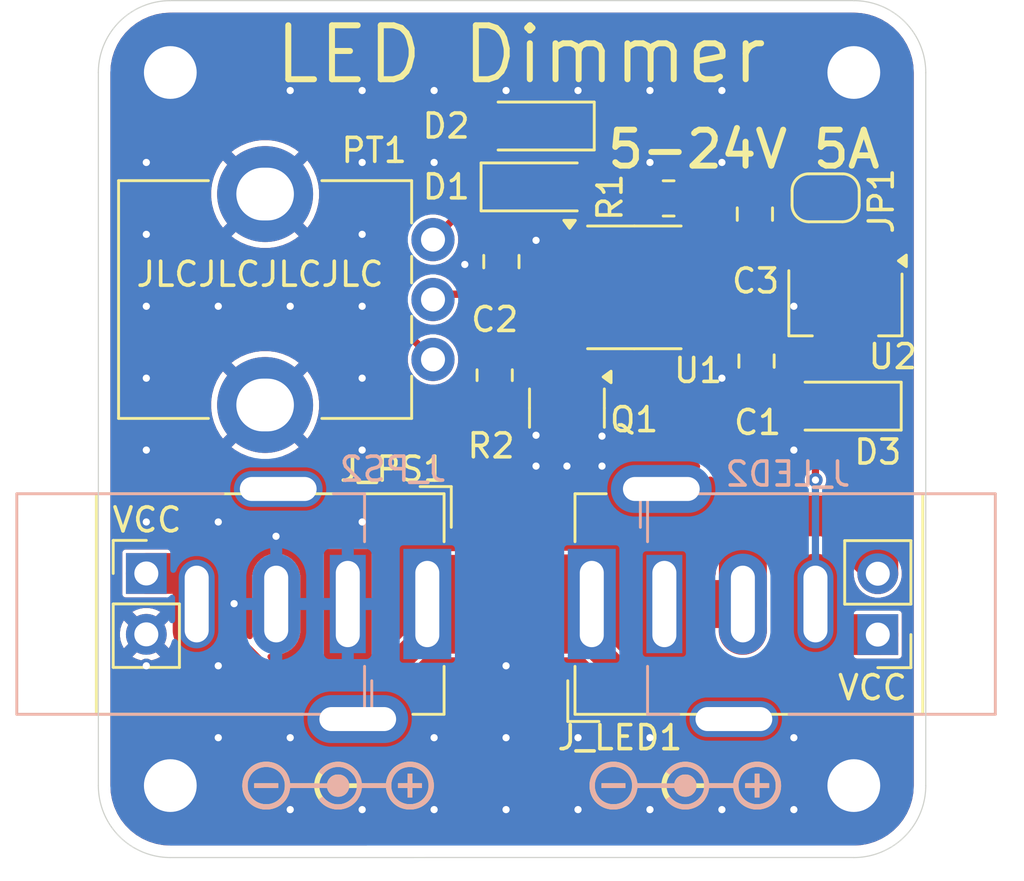
<source format=kicad_pcb>
(kicad_pcb (version 20241229) (generator "pcbnew") (generator_version "9.0")
  (layers (0 "F.Cu" signal "Front") (2 "B.Cu" signal "Back") (13 "F.Paste" user) (15 "B.Paste" user) (5 "F.SilkS" user "F.Silkscreen") (7 "B.SilkS" user "B.Silkscreen") (1 "F.Mask" user) (3 "B.Mask" user) (25 "Edge.Cuts" user))
  (net 0 "")
  (net 1 "Net-(U1-CV)")
  (net 2 "GND")
  (net 3 "Net-(D1-K)")
  (net 4 "Net-(D2-A)")
  (net 5 "Vcc")
  (net 6 "/PWM")
  (net 7 "/THRESH")
  (net 8 "/DISCH")
  (net 9 "/SwitchGND")
  (net 14 "Net-(D3-K)")
  (net 15 "Net-(Q1-G)")
  (net 16 "Vin")
  (footprint "Capacitor_SMD:C_0805_2012Metric_Pad1.18x1.45mm_HandSolder" (layer "F.Cu") (at 101.804915 34.137691 90)
    (property "Reference" "C2" (at -2.415464 -0.276549 180) (layer "F.SilkS"))
    (property "Value" "200pF")
    (pad "1" smd roundrect (at -1.0375 0 90) (size 1.175 1.45) (layers "F.Cu" "F.Mask" "F.Paste") (roundrect_rratio 0.212766) (net 7 "/THRESH"))
    (pad "2" smd roundrect (at 1.0375 0 90) (size 1.175 1.45) (layers "F.Cu" "F.Mask" "F.Paste") (roundrect_rratio 0.212766) (net 2 "GND"))
  )
  (footprint "Connector_PinHeader_2.54mm:PinHeader_1x02_P2.54mm_Vertical" (layer "F.Cu") (at 117.500001 49.698109 180)
    (property "Reference" "J2" (hide yes))
    (property "Value" "2.54mm Header")
    (pad "1" thru_hole rect (at 0 0 180) (size 1.7 1.7) (drill 1) (layers "*.Cu" "*.Mask") (net 16 "Vin"))
    (pad "2" thru_hole circle (at 0 2.54 180) (size 1.7 1.7) (drill 1) (layers "*.Cu" "*.Mask") (net 9 "/SwitchGND"))
  )
  (footprint "Jumper:SolderJumper-2_P1.3mm_Open_RoundedPad1.0x1.5mm" (layer "F.Cu") (at 115.325 31.475 180)
    (property "Reference" "JP1" (at -2.321078 -0.130593 90) (layer "F.SilkS"))
    (property "Value" "SolderJumper_2_Open")
    (pad "1" smd custom (at -0.65 0 180) (size 1 0.5) (layers "F.Cu" "F.Mask") (net 14 "Net-(D3-K)") (options (clearance outline) (anchor rect)) (primitives (gr_circle (center 0 0.25) (end 0.5 0.25) (width 0) (fill yes)) (gr_circle (center 0 -0.25) (end 0.5 -0.25) (width 0) (fill yes)) (gr_poly (pts (xy 0.5 0.75) (xy 0 0.75) (xy 0 -0.75) (xy 0.5 -0.75)) (width 0) (fill yes))))
    (pad "2" smd custom (at 0.65 0 180) (size 1 0.5) (layers "F.Cu" "F.Mask") (net 5 "Vcc") (options (clearance outline) (anchor rect)) (primitives (gr_circle (center 0 0.25) (end 0.5 0.25) (width 0) (fill yes)) (gr_circle (center 0 -0.25) (end 0.5 -0.25) (width 0) (fill yes)) (gr_poly (pts (xy 0 0.75) (xy -0.5 0.75) (xy -0.5 -0.75) (xy 0 -0.75)) (width 0) (fill yes))))
  )
  (footprint "Package_TO_SOT_SMD:SOT-23-3" (layer "F.Cu") (at 104.538 40.248943 -90)
    (property "Reference" "Q1" (at 0.484 -2.802 0) (layer "F.SilkS"))
    (property "Value" "PJA3404A_R1_00001")
    (pad "1" smd roundrect (at -1.1375 -0.949998 270) (size 1.325 0.6) (layers "F.Cu" "F.Mask" "F.Paste") (net 9 "/SwitchGND"))
    (pad "2" smd roundrect (at -1.137502 0.950002 270) (size 1.325 0.6) (layers "F.Cu" "F.Mask" "F.Paste") (net 15 "Net-(Q1-G)"))
    (pad "3" smd roundrect (at 1.137499 0 270) (size 1.325 0.6) (layers "F.Cu" "F.Mask" "F.Paste") (net 2 "GND"))
  )
  (footprint "Package_SO:SOIC-8_3.9x4.9mm_P1.27mm" (layer "F.Cu") (at 107.348913 35.211567)
    (property "Reference" "U1" (at 2.662603 3.468427 0) (layer "F.SilkS"))
    (property "Value" "TLC555CDR")
    (pad "1" smd roundrect (at -2.474999 -1.905002) (size 1.95 0.6) (layers "F.Cu" "F.Mask" "F.Paste") (net 2 "GND"))
    (pad "2" smd roundrect (at -2.475 -0.635) (size 1.95 0.6) (layers "F.Cu" "F.Mask" "F.Paste") (net 7 "/THRESH"))
    (pad "3" smd roundrect (at -2.475004 0.635006) (size 1.95 0.6) (layers "F.Cu" "F.Mask" "F.Paste") (net 6 "/PWM"))
    (pad "4" smd roundrect (at -2.474997 1.905001) (size 1.95 0.6) (layers "F.Cu" "F.Mask" "F.Paste") (net 5 "Vcc"))
    (pad "5" smd roundrect (at 2.474999 1.905002) (size 1.95 0.6) (layers "F.Cu" "F.Mask" "F.Paste") (net 1 "Net-(U1-CV)"))
    (pad "6" smd roundrect (at 2.475 0.635) (size 1.95 0.6) (layers "F.Cu" "F.Mask" "F.Paste") (net 7 "/THRESH"))
    (pad "7" smd roundrect (at 2.475004 -0.635006) (size 1.95 0.6) (layers "F.Cu" "F.Mask" "F.Paste") (net 8 "/DISCH"))
    (pad "8" smd roundrect (at 2.474997 -1.905001) (size 1.95 0.6) (layers "F.Cu" "F.Mask" "F.Paste") (net 5 "Vcc"))
  )
  (footprint "MountingHole:MountingHole_2.2mm_M2_Pad" (layer "F.Cu") (at 116.5 26.247798)
    (property "Reference" "MH2" (hide yes))
    (property "Value" "MountingHole_Pad")
    (pad "1" thru_hole circle (at 0 0) (size 4.4 4.4) (drill 2.2) (layers "*.Cu" "*.Mask") (net 2 "GND"))
  )
  (footprint "Capacitor_SMD:C_0805_2012Metric_Pad1.18x1.45mm_HandSolder" (layer "F.Cu") (at 112.375 32.155 -90)
    (property "Reference" "C3" (at 2.79 -0.03 180) (layer "F.SilkS"))
    (property "Value" "100nF")
    (pad "1" smd roundrect (at -1.0375 0 270) (size 1.175 1.45) (layers "F.Cu" "F.Mask" "F.Paste") (roundrect_rratio 0.212766) (net 2 "GND"))
    (pad "2" smd roundrect (at 1.0375 0 270) (size 1.175 1.45) (layers "F.Cu" "F.Mask" "F.Paste") (roundrect_rratio 0.212766) (net 5 "Vcc"))
  )
  (footprint "LOGO" (layer "F.Cu") (at 109.474 56)
    (property "Reference" "G1_F" (hide yes))
    (property "Value" "LOGO" (hide yes))
  )
  (footprint "Resistor_SMD:R_0805_2012Metric_Pad1.20x1.40mm_HandSolder" (layer "F.Cu") (at 101.525 38.875 -90)
    (property "Reference" "R2" (at 2.95 0.15 180) (layer "F.SilkS"))
    (property "Value" "1K")
    (pad "1" smd roundrect (at -1 0 270) (size 1.2 1.4) (layers "F.Cu" "F.Mask" "F.Paste") (roundrect_rratio 0.208333) (net 6 "/PWM"))
    (pad "2" smd roundrect (at 1 0 270) (size 1.2 1.4) (layers "F.Cu" "F.Mask" "F.Paste") (roundrect_rratio 0.208333) (net 15 "Net-(Q1-G)"))
  )
  (footprint "Connector_PinHeader_2.54mm:PinHeader_1x02_P2.54mm_Vertical" (layer "F.Cu") (at 87 47.14811)
    (property "Reference" "J1" (hide yes))
    (property "Value" "2.54mm Header")
    (pad "1" thru_hole rect (at 0 0) (size 1.7 1.7) (drill 1) (layers "*.Cu" "*.Mask") (net 16 "Vin"))
    (pad "2" thru_hole circle (at 0 2.54) (size 1.7 1.7) (drill 1) (layers "*.Cu" "*.Mask") (net 2 "GND"))
  )
  (footprint "MountingHole:MountingHole_2.2mm_M2_Pad" (layer "F.Cu") (at 88 26.247798)
    (property "Reference" "MH3" (hide yes))
    (property "Value" "MountingHole_Pad")
    (pad "1" thru_hole circle (at 0 0) (size 4.4 4.4) (drill 2.2) (layers "*.Cu" "*.Mask") (net 2 "GND"))
  )
  (footprint "MountingHole:MountingHole_2.2mm_M2_Pad" (layer "F.Cu") (at 88 55.997798)
    (property "Reference" "MH1" (hide yes))
    (property "Value" "MountingHole_Pad")
    (pad "1" thru_hole circle (at 0 0) (size 4.4 4.4) (drill 2.2) (layers "*.Cu" "*.Mask") (net 2 "GND"))
  )
  (footprint "MountingHole:MountingHole_2.2mm_M2_Pad" (layer "F.Cu") (at 116.5 55.997798)
    (property "Reference" "MH4" (hide yes))
    (property "Value" "MountingHole_Pad")
    (pad "1" thru_hole circle (at 0 0) (size 4.4 4.4) (drill 2.2) (layers "*.Cu" "*.Mask") (net 2 "GND"))
  )
  (footprint "Connector_BarrelJack:BarrelJack_GCT_DCJ200-10-A_Horizontal" (layer "F.Cu") (at 98.716 48.42311 -90)
    (property "Reference" "J_PS1" (at -5.626081 1.430635 0) (layer "F.SilkS"))
    (property "Value" "54-00166")
    (pad "1" thru_hole rect (at 0 0 270) (size 4.1 1.5) (drill oval 3.6 1) (layers "*.Cu" "*.Mask") (net 16 "Vin") (padstack (mode front_inner_back) (layer "Inner" (shape rect) (size 4.6 2)) (layer "B.Cu" (shape rect) (size 4.6 2))))
    (pad "2" thru_hole oval (at -0.000001 6.300001 270) (size 3.7 1.5) (drill oval 3.2 1) (layers "*.Cu" "*.Mask") (net 2 "GND") (padstack (mode front_inner_back) (layer "Inner" (shape oval) (size 4.2 2)) (layer "B.Cu" (shape oval) (size 4.2 2))))
    (pad "3" thru_hole oval (at 4.8 2.9 270) (size 1.5 3.7) (drill oval 1 3.2) (layers "*.Cu" "*.Mask") (padstack (mode front_inner_back) (layer "Inner" (shape oval) (size 2 4.2)) (layer "B.Cu" (shape oval) (size 2 4.2))))
  )
  (footprint "Package_TO_SOT_SMD:SOT-89-3" (layer "F.Cu") (at 116.15 35.875 -90)
    (property "Reference" "U2" (at 2.225 -1.975 0) (layer "F.SilkS"))
    (property "Value" "ZXTR2012Z")
    (pad "1" smd roundrect (at -1.95 -1.5 270) (size 1.3 0.9) (layers "F.Cu" "F.Mask" "F.Paste") (net 2 "GND"))
    (pad "2" smd custom (at -1.8625 0 270) (size 1.475 0.9) (layers "F.Cu" "F.Mask" "F.Paste") (net 14 "Net-(D3-K)") (options (clearance outline) (anchor rect)) (primitives (gr_poly (pts (xy 3.8625 0.8665) (xy 0.7375 0.8665) (xy 0.7375 -0.8665) (xy 3.8625 -0.8665)) (width 0) (fill yes))))
    (pad "3" smd roundrect (at -1.95 1.5 270) (size 1.3 0.9) (layers "F.Cu" "F.Mask" "F.Paste") (net 5 "Vcc"))
  )
  (footprint "Capacitor_SMD:C_0805_2012Metric_Pad1.18x1.45mm_HandSolder" (layer "F.Cu") (at 112.443516 38.2875 90)
    (property "Reference" "C1" (at -2.561459 0.045214 0) (layer "F.SilkS"))
    (property "Value" "100nF")
    (pad "1" smd roundrect (at -1.0375 0 90) (size 1.175 1.45) (layers "F.Cu" "F.Mask" "F.Paste") (roundrect_rratio 0.212766) (net 2 "GND"))
    (pad "2" smd roundrect (at 1.0375 0 90) (size 1.175 1.45) (layers "F.Cu" "F.Mask" "F.Paste") (roundrect_rratio 0.212766) (net 1 "Net-(U1-CV)"))
  )
  (footprint "Resistor_SMD:R_0805_2012Metric_Pad1.20x1.40mm_HandSolder" (layer "F.Cu") (at 108.778396 31.5 180)
    (property "Reference" "R1" (at 2.443913 0.047269 90) (layer "F.SilkS"))
    (property "Value" "10K")
    (pad "1" smd roundrect (at -1 0 180) (size 1.2 1.4) (layers "F.Cu" "F.Mask" "F.Paste") (roundrect_rratio 0.208333) (net 5 "Vcc"))
    (pad "2" smd roundrect (at 1 0 180) (size 1.2 1.4) (layers "F.Cu" "F.Mask" "F.Paste") (roundrect_rratio 0.208333) (net 8 "/DISCH"))
  )
  (footprint "Connector_BarrelJack:BarrelJack_GCT_DCJ200-10-A_Horizontal" (layer "F.Cu") (at 105.574001 48.423109 90)
    (property "Reference" "J_LED1" (at -5.576891 1.171999 180) (layer "F.SilkS"))
    (property "Value" "54-00166")
    (pad "1" thru_hole rect (at 0 0 90) (size 4.1 1.5) (drill oval 3.6 1) (layers "*.Cu" "*.Mask") (net 16 "Vin") (padstack (mode front_inner_back) (layer "Inner" (shape rect) (size 4.6 2)) (layer "B.Cu" (shape rect) (size 4.6 2))))
    (pad "2" thru_hole oval (at -0.000001 6.300001 90) (size 3.7 1.5) (drill oval 3.2 1) (layers "*.Cu" "*.Mask") (net 9 "/SwitchGND") (padstack (mode front_inner_back) (layer "Inner" (shape oval) (size 4.2 2)) (layer "B.Cu" (shape oval) (size 4.2 2))))
    (pad "3" thru_hole oval (at 4.8 2.9 90) (size 1.5 3.7) (drill oval 1 3.2) (layers "*.Cu" "*.Mask") (padstack (mode front_inner_back) (layer "Inner" (shape oval) (size 2 4.2)) (layer "B.Cu" (shape oval) (size 2 4.2))))
  )
  (footprint "LOGO" (layer "F.Cu") (at 94.996 56)
    (property "Reference" "G1_F" (hide yes))
    (property "Value" "LOGO" (hide yes))
  )
  (footprint "Diode_SMD:D_SOD-123" (layer "F.Cu") (at 103.317399 28.48061 180)
    (property "Reference" "D2" (at 3.817399 0 0) (layer "F.SilkS"))
    (property "Value" "1N4148W")
    (pad "1" smd roundrect (at -1.650002 0.000003 180) (size 0.9 1.2) (layers "F.Cu" "F.Mask" "F.Paste") (net 8 "/DISCH"))
    (pad "2" smd roundrect (at 1.650002 -0.000003 180) (size 0.9 1.2) (layers "F.Cu" "F.Mask" "F.Paste") (net 4 "Net-(D2-A)"))
  )
  (footprint "Diode_SMD:D_SOD-123" (layer "F.Cu") (at 116.116588 40.165631 180)
    (property "Reference" "D3" (at -1.383412 -1.918738 180) (layer "F.SilkS"))
    (property "Value" "SS0520_R1_00001")
    (pad "1" smd roundrect (at -1.650001 0.000003 180) (size 0.9 1.2) (layers "F.Cu" "F.Mask" "F.Paste") (net 14 "Net-(D3-K)"))
    (pad "2" smd roundrect (at 1.650001 -0.000003 180) (size 0.9 1.2) (layers "F.Cu" "F.Mask" "F.Paste") (net 16 "Vin"))
  )
  (footprint "Potentiometer_THT:Potentiometer_Bourns_PTV09A-1_Single_Vertical" (layer "F.Cu") (at 98.953402 33.219612 180)
    (property "Reference" "PT1" (at 2.453402 3.721814 0) (layer "F.SilkS"))
    (property "Value" "PTV09A-4020S-A105")
    (pad "1" thru_hole circle (at 0 0 180) (size 1.8 1.8) (drill 1) (layers "*.Cu" "*.Mask") (net 3 "Net-(D1-K)"))
    (pad "2" thru_hole circle (at 0 -2.5 180) (size 1.8 1.8) (drill 1) (layers "*.Cu" "*.Mask") (net 7 "/THRESH"))
    (pad "3" thru_hole circle (at 0 -5 180) (size 1.8 1.8) (drill 1) (layers "*.Cu" "*.Mask") (net 4 "Net-(D2-A)"))
    (pad "MP" thru_hole circle (at 6.999995 -6.899998 180) (size 4 4) (drill oval 2.4 2.2) (layers "*.Cu" "*.Mask") (net 2 "GND"))
    (pad "MP" thru_hole circle (at 7.000001 1.9 180) (size 4 4) (drill oval 2.4 2.2) (layers "*.Cu" "*.Mask") (net 2 "GND"))
  )
  (footprint "Diode_SMD:D_SOD-123" (layer "F.Cu") (at 103.317395 31.02061)
    (property "Reference" "D1" (at -3.81 -0.000002 0) (layer "F.SilkS"))
    (property "Value" "1N4148W")
    (pad "1" smd roundrect (at -1.650002 0.000003) (size 0.9 1.2) (layers "F.Cu" "F.Mask" "F.Paste") (net 3 "Net-(D1-K)"))
    (pad "2" smd roundrect (at 1.650002 -0.000003) (size 0.9 1.2) (layers "F.Cu" "F.Mask" "F.Paste") (net 8 "/DISCH"))
  )
  (footprint "Connector_BarrelJack:BarrelJack_GCT_DCJ200-10-A_Horizontal" (layer "B.Cu") (at 95.4 48.42311 90)
    (property "Reference" "J_PS2" (at 5.626081 1.885365 180) (layer "B.SilkS") (effects (justify mirror)))
    (property "Value" "54-00166")
    (pad "1" thru_hole rect (at 0 0 90) (size 4.6 2) (drill oval 3.6 1) (layers "*.Cu" "*.Mask") (net 2 "GND") (padstack (mode front_inner_back) (layer "Inner" (shape rect) (size 4.6 2)) (layer "B.Cu" (shape rect) (size 4.1 1.5))))
    (pad "2" thru_hole oval (at 0.000001 -6.300001 90) (size 4.2 2) (drill oval 3.2 1) (layers "*.Cu" "*.Mask") (net 16 "Vin") (padstack (mode front_inner_back) (layer "Inner" (shape oval) (size 4.2 2)) (layer "B.Cu" (shape oval) (size 3.7 1.5))))
    (pad "3" thru_hole oval (at 4.799999 -2.9 90) (size 2 4.2) (drill oval 1 3.2) (layers "*.Cu" "*.Mask") (padstack (mode front_inner_back) (layer "Inner" (shape oval) (size 2 4.2)) (layer "B.Cu" (shape oval) (size 1.5 3.7))))
  )
  (footprint "Connector_BarrelJack:BarrelJack_GCT_DCJ200-10-A_Horizontal" (layer "B.Cu") (at 108.6 48.423109 -90)
    (property "Reference" "J_LED2" (at -5.423109 -5.15 180) (layer "B.SilkS") (effects (justify mirror)))
    (property "Value" "54-00166")
    (pad "1" thru_hole rect (at 0 0 270) (size 4.6 2) (drill oval 3.6 1) (layers "*.Cu" "*.Mask") (net 9 "/SwitchGND") (padstack (mode front_inner_back) (layer "Inner" (shape rect) (size 4.6 2)) (layer "B.Cu" (shape rect) (size 4.1 1.5))))
    (pad "2" thru_hole oval (at 0.000001 -6.300001 270) (size 4.2 2) (drill oval 3.2 1) (layers "*.Cu" "*.Mask") (net 16 "Vin") (padstack (mode front_inner_back) (layer "Inner" (shape oval) (size 4.2 2)) (layer "B.Cu" (shape oval) (size 3.7 1.5))))
    (pad "3" thru_hole oval (at 4.799999 -2.9 270) (size 2 4.2) (drill oval 1 3.2) (layers "*.Cu" "*.Mask") (padstack (mode front_inner_back) (layer "Inner" (shape oval) (size 2 4.2)) (layer "B.Cu" (shape oval) (size 1.5 3.7))))
  )
  (footprint "LOGO" (layer "B.Cu") (at 109.474 56 180)
    (property "Reference" "G2_R" (hide yes))
    (property "Value" "LOGO" (hide yes))
  )
  (footprint "LOGO" (layer "B.Cu") (at 94.996 56 180)
    (property "Reference" "G1_R" (hide yes))
    (property "Value" "LOGO" (hide yes))
  )
  (gr_poly (pts (xy 105.25 38.25) (xy 105.25 40) (xy 106 40) (xy 108 40) (xy 108 39) (xy 108 38.25)) (stroke (width 0.254)) (fill yes) (layer "F.Cu") (net 9))
  (gr_arc (start 85 26.25) (mid 85.87868 24.12868) (end 88 23.25) (stroke (width 0.05)) (layer "Edge.Cuts"))
  (gr_arc (start 119.5 56) (mid 118.62132 58.12132) (end 116.5 59) (stroke (width 0.05)) (layer "Edge.Cuts"))
  (gr_line (start 88 23.247798) (end 116.500001 23.247798) (stroke (width 0.05)) (layer "Edge.Cuts"))
  (gr_line (start 85 56) (end 85 26.25) (stroke (width 0.05)) (layer "Edge.Cuts"))
  (gr_arc (start 88 59) (mid 85.87868 58.12132) (end 85 56) (stroke (width 0.05)) (layer "Edge.Cuts"))
  (gr_arc (start 116.500001 23.25) (mid 118.621321 24.12868) (end 119.5 26.25) (stroke (width 0.05)) (layer "Edge.Cuts"))
  (gr_line (start 119.5 26.25) (end 119.5 56) (stroke (width 0.05)) (layer "Edge.Cuts"))
  (gr_line (start 116.5 58.997873) (end 88 59) (stroke (width 0.05)) (layer "Edge.Cuts"))
  (gr_text "VCC" (at 85.5 45.5 0) (layer "F.SilkS") (effects (font (size 1 1)) (justify left bottom)))
  (gr_text "5-24V 5A\n" (at 111.913644 29.453001 0) (layer "F.SilkS") (effects (font (size 1.5 1.5) (thickness 0.25))))
  (gr_text "LED Dimmer" (at 102.616 25.5 0) (layer "F.SilkS") (effects (font (size 2.25 2.25) (thickness 0.25))))
  (gr_text "VCC" (at 115.75 52.5 0) (layer "F.SilkS") (effects (font (size 1 1)) (justify left bottom)))
  (gr_text "JLCJLCJLCJLC" (at 86.5 35.25 0) (layer "F.SilkS") (effects (font (size 1 1)) (justify left bottom)))
  (segment (start 112.254624 37.4028) (end 112.443516 37.591692) (width 0.3) (layer "F.Cu") (net 1))
  (segment (start 109.823912 37.25) (end 109.936544 37.137368) (width 0.3) (layer "F.Cu") (net 1))
  (segment (start 112.141992 37.137368) (end 112.254624 37.25) (width 0.3) (layer "F.Cu") (net 1))
  (segment (start 109.936544 37.137368) (end 112.141992 37.137368) (width 0.3) (layer "F.Cu") (net 1))
  (via (at 92.408086 45.596315) (size 0.6) (drill 0.3) (layers "F.Cu" "B.Cu") (net 2))
  (via (at 87 42) (size 0.6) (drill 0.3) (layers "F.Cu" "B.Cu") (net 2))
  (via (at 90 45) (size 0.6) (drill 0.3) (layers "F.Cu" "B.Cu") (net 2))
  (via (at 108 27) (size 0.6) (drill 0.3) (layers "F.Cu" "B.Cu") (net 2))
  (via (at 99 27) (size 0.6) (drill 0.3) (layers "F.Cu" "B.Cu") (net 2))
  (via (at 105 57) (size 0.6) (drill 0.3) (layers "F.Cu" "B.Cu") (net 2))
  (via (at 111 27) (size 0.6) (drill 0.3) (layers "F.Cu" "B.Cu") (net 2))
  (via (at 103.25 33.25) (size 0.6) (drill 0.3) (layers "F.Cu" "B.Cu") (net 2))
  (via (at 87 51) (size 0.6) (drill 0.3) (layers "F.Cu" "B.Cu") (net 2))
  (via (at 106 41.417833) (size 0.6) (drill 0.3) (layers "F.Cu" "B.Cu") (net 2))
  (via (at 96 45) (size 0.6) (drill 0.3) (layers "F.Cu" "B.Cu") (net 2))
  (via (at 99 57) (size 0.6) (drill 0.3) (layers "F.Cu" "B.Cu") (net 2))
  (via (at 96 27) (size 0.6) (drill 0.3) (layers "F.Cu" "B.Cu") (net 2))
  (via (at 114 42) (size 0.6) (drill 0.3) (layers "F.Cu" "B.Cu") (net 2))
  (via (at 93 27) (size 0.6) (drill 0.3) (layers "F.Cu" "B.Cu") (net 2))
  (via (at 87 36) (size 0.6) (drill 0.3) (layers "F.Cu" "B.Cu") (net 2))
  (via (at 103.25 41.381791) (size 0.6) (drill 0.3) (layers "F.Cu" "B.Cu") (net 2))
  (via (at 87 30) (size 0.6) (drill 0.3) (layers "F.Cu" "B.Cu") (net 2))
  (via (at 102 51) (size 0.6) (drill 0.3) (layers "F.Cu" "B.Cu") (net 2))
  (via (at 102 27) (size 0.6) (drill 0.3) (layers "F.Cu" "B.Cu") (net 2))
  (via (at 93 36) (size 0.6) (drill 0.3) (layers "F.Cu" "B.Cu") (net 2))
  (via (at 96 57) (size 0.6) (drill 0.3) (layers "F.Cu" "B.Cu") (net 2))
  (via (at 114 57) (size 0.6) (drill 0.3) (layers "F.Cu" "B.Cu") (net 2))
  (via (at 111 39) (size 0.6) (drill 0.3) (layers "F.Cu" "B.Cu") (net 2))
  (via (at 93 57) (size 0.6) (drill 0.3) (layers "F.Cu" "B.Cu") (net 2))
  (via (at 114 36) (size 0.6) (drill 0.3) (layers "F.Cu" "B.Cu") (net 2))
  (via (at 90.659826 48.407694) (size 0.6) (drill 0.3) (layers "F.Cu" "B.Cu") (net 2))
  (via (at 105 54) (size 0.6) (drill 0.3) (layers "F.Cu" "B.Cu") (net 2))
  (via (at 108 57) (size 0.6) (drill 0.3) (layers "F.Cu" "B.Cu") (net 2))
  (via (at 90 54) (size 0.6) (drill 0.3) (layers "F.Cu" "B.Cu") (net 2))
  (via (at 99 30) (size 0.6) (drill 0.3) (layers "F.Cu" "B.Cu") (net 2))
  (via (at 105 27) (size 0.6) (drill 0.3) (layers "F.Cu" "B.Cu") (net 2))
  (via (at 87 33) (size 0.6) (drill 0.3) (layers "F.Cu" "B.Cu") (net 2))
  (via (at 87 45) (size 0.6) (drill 0.3) (layers "F.Cu" "B.Cu") (net 2))
  (via (at 90 36) (size 0.6) (drill 0.3) (layers "F.Cu" "B.Cu") (net 2))
  (via (at 99 54) (size 0.6) (drill 0.3) (layers "F.Cu" "B.Cu") (net 2))
  (via (at 102 54) (size 0.6) (drill 0.3) (layers "F.Cu" "B.Cu") (net 2))
  (via (at 104.537999 42.667833) (size 0.6) (drill 0.3) (layers "F.Cu" "B.Cu") (net 2))
  (via (at 93 54) (size 0.6) (drill 0.3) (layers "F.Cu" "B.Cu") (net 2))
  (via (at 87 39) (size 0.6) (drill 0.3) (layers "F.Cu" "B.Cu") (net 2))
  (via (at 96 36) (size 0.6) (drill 0.3) (layers "F.Cu" "B.Cu") (net 2))
  (via (at 103.25 42.667833) (size 0.6) (drill 0.3) (layers "F.Cu" "B.Cu") (net 2))
  (via (at 108 30) (size 0.6) (drill 0.3) (layers "F.Cu" "B.Cu") (net 2))
  (via (at 111 57) (size 0.6) (drill 0.3) (layers "F.Cu" "B.Cu") (net 2))
  (via (at 111 30) (size 0.6) (drill 0.3) (layers "F.Cu" "B.Cu") (net 2))
  (via (at 108 54) (size 0.6) (drill 0.3) (layers "F.Cu" "B.Cu") (net 2))
  (via (at 96 30) (size 0.6) (drill 0.3) (layers "F.Cu" "B.Cu") (net 2))
  (via (at 96 33) (size 0.6) (drill 0.3) (layers "F.Cu" "B.Cu") (net 2))
  (via (at 106 42.667833) (size 0.6) (drill 0.3) (layers "F.Cu" "B.Cu") (net 2))
  (via (at 114 54) (size 0.6) (drill 0.3) (layers "F.Cu" "B.Cu") (net 2))
  (via (at 100.279841 34.256258) (size 0.6) (drill 0.3) (layers "F.Cu" "B.Cu") (net 2))
  (via (at 96 42) (size 0.6) (drill 0.3) (layers "F.Cu" "B.Cu") (net 2))
  (via (at 90 51) (size 0.6) (drill 0.3) (layers "F.Cu" "B.Cu") (net 2))
  (via (at 96 39) (size 0.6) (drill 0.3) (layers "F.Cu" "B.Cu") (net 2))
  (via (at 102 57) (size 0.6) (drill 0.3) (layers "F.Cu" "B.Cu") (net 2))
  (segment (start 98.953402 33.219612) (end 101.152395 31.020615) (width 0.3048) (layer "F.Cu") (net 3))
  (segment (start 101.152395 31.020615) (end 101.667398 31.020613) (width 0.3048) (layer "F.Cu") (net 3))
  (segment (start 98.953399 38.21961) (end 97.699999 36.966211) (width 0.3048) (layer "F.Cu") (net 4))
  (segment (start 97.7 32.44801) (end 101.667396 28.480614) (width 0.3048) (layer "F.Cu") (net 4))
  (segment (start 97.699999 36.966211) (end 97.7 32.44801) (width 0.3048) (layer "F.Cu") (net 4))
  (segment (start 114.65 31.5) (end 114.675 31.475) (width 0.3) (layer "F.Cu") (net 5))
  (segment (start 111.193434 33.306566) (end 111.25 33.363132) (width 0.3) (layer "F.Cu") (net 5))
  (segment (start 110.906757 36.5) (end 108.75 36.5) (width 0.3) (layer "F.Cu") (net 5))
  (segment (start 112.375 33.1925) (end 112.260934 33.306566) (width 0.3) (layer "F.Cu") (net 5))
  (segment (start 109.778396 33.261052) (end 109.82391 33.306566) (width 0.508) (layer "F.Cu") (net 5))
  (segment (start 111.193434 33.306566) (end 109.82391 33.306566) (width 0.3) (layer "F.Cu") (net 5))
  (segment (start 109.812393 31.943606) (end 109.778396 31.90961) (width 0.3048) (layer "F.Cu") (net 5))
  (segment (start 112.260934 33.306566) (end 111.193434 33.306566) (width 0.3) (layer "F.Cu") (net 5))
  (segment (start 109.778396 31.909612) (end 109.778396 33.261052) (width 0.508) (layer "F.Cu") (net 5))
  (segment (start 104.383432 37.116568) (end 104.873916 37.116568) (width 0.508) (layer "F.Cu") (net 5))
  (segment (start 111.25 33.363132) (end 111.25 36.156757) (width 0.3) (layer "F.Cu") (net 5))
  (segment (start 108.75 36.5) (end 108.133432 37.116568) (width 0.3) (layer "F.Cu") (net 5))
  (segment (start 112.6825 33.5) (end 114.225 33.5) (width 0.3) (layer "F.Cu") (net 5))
  (segment (start 114.225 33.5) (end 114.65 33.925) (width 0.3) (layer "F.Cu") (net 5))
  (segment (start 114.65 33.925) (end 114.65 31.5) (width 0.3) (layer "F.Cu") (net 5))
  (segment (start 112.375 33.1925) (end 112.6825 33.5) (width 0.3) (layer "F.Cu") (net 5))
  (segment (start 108.133432 37.116568) (end 104.873916 37.116568) (width 0.3) (layer "F.Cu") (net 5))
  (segment (start 111.25 36.156757) (end 110.906757 36.5) (width 0.3) (layer "F.Cu") (net 5))
  (segment (start 104.873909 35.846573) (end 104.403427 35.846573) (width 0.127) (layer "F.Cu") (net 6))
  (segment (start 102.2 37.875) (end 104.228427 35.846573) (width 0.3) (layer "F.Cu") (net 6))
  (segment (start 104.228427 35.846573) (end 104.873909 35.846573) (width 0.3) (layer "F.Cu") (net 6))
  (segment (start 101.525 37.875) (end 102.2 37.875) (width 0.3) (layer "F.Cu") (net 6))
  (segment (start 99.25 35.497798) (end 99 35.747798) (width 0.3048) (layer "F.Cu") (net 7))
  (segment (start 106.907393 35.175191) (end 106.458876 34.726674) (width 0.3048) (layer "F.Cu") (net 7))
  (segment (start 109.823913 35.846567) (end 107.578769 35.846567) (width 0.3) (layer "F.Cu") (net 7))
  (segment (start 101.482308 35.497798) (end 99.25 35.497798) (width 0.3048) (layer "F.Cu") (net 7))
  (segment (start 107.578769 35.846567) (end 106.907393 35.175191) (width 0.3) (layer "F.Cu") (net 7))
  (segment (start 101.804915 35.175191) (end 101.482308 35.497798) (width 0.3048) (layer "F.Cu") (net 7))
  (segment (start 99 35.747798) (end 98.981588 35.747798) (width 0.3048) (layer "F.Cu") (net 7))
  (segment (start 102.253432 34.726674) (end 101.804915 35.175191) (width 0.3048) (layer "F.Cu") (net 7))
  (segment (start 98.981588 35.747798) (end 98.953402 35.719612) (width 0.3048) (layer "F.Cu") (net 7))
  (segment (start 106.458876 34.726674) (end 102.253432 34.726674) (width 0.3048) (layer "F.Cu") (net 7))
  (segment (start 106.875 32.543009) (end 106.875 32.625) (width 0.3048) (layer "F.Cu") (net 8))
  (segment (start 107.508398 31.909611) (end 106.875 32.543009) (width 0.3048) (layer "F.Cu") (net 8))
  (segment (start 107.005109 32.755109) (end 104.967399 30.717399) (width 0.3048) (layer "F.Cu") (net 8))
  (segment (start 108.826561 34.576561) (end 109.537686 34.576561) (width 0.3048) (layer "F.Cu") (net 8))
  (segment (start 107.778399 31.909612) (end 107.508398 31.909611) (width 0.3048) (layer "F.Cu") (net 8))
  (segment (start 107.005109 32.755109) (end 108.826561 34.576561) (width 0.3048) (layer "F.Cu") (net 8))
  (segment (start 104.967399 30.717399) (end 104.967399 28.480607) (width 0.3048) (layer "F.Cu") (net 8))
  (segment (start 111.735 46.982798) (end 112 47.247798) (width 1.7) (layer "F.Cu") (net 9))
  (segment (start 111.874002 44.747798) (end 111.874002 42.810426) (width 2) (layer "F.Cu") (net 9))
  (segment (start 108.175019 39.111443) (end 107.25 39.111443) (width 2) (layer "F.Cu") (net 9))
  (segment (start 111.874002 42.810426) (end 108.175019 39.111443) (width 2) (layer "F.Cu") (net 9))
  (segment (start 111.874002 48.42311) (end 108.6 48.423109) (width 2) (layer "F.Cu") (net 9))
  (segment (start 116.5 45.747798) (end 115.5 44.747798) (width 1.7) (layer "F.Cu") (net 9))
  (segment (start 111.874002 49.534282) (end 111.874002 44.747798) (width 2) (layer "F.Cu") (net 9))
  (segment (start 115.5 44.747798) (end 111.874002 44.747798) (width 1.7) (layer "F.Cu") (net 9))
  (segment (start 117.500001 46.747799) (end 116.5 45.747798) (width 1.7) (layer "F.Cu") (net 9))
  (segment (start 111.867629 49.540655) (end 111.874002 49.534282) (width 2) (layer "F.Cu") (net 9))
  (segment (start 117.500001 47.158109) (end 117.500001 46.747799) (width 1.7) (layer "F.Cu") (net 9))
  (segment (start 117.766589 40.165628) (end 117.766589 39.415628) (width 0.3) (layer "F.Cu") (net 14))
  (segment (start 117.766589 39.415628) (end 116.165628 37.814667) (width 0.3) (layer "F.Cu") (net 14))
  (segment (start 116.165628 31.665628) (end 115.975 31.475) (width 0.3) (layer "F.Cu") (net 14))
  (segment (start 116.165628 37.814667) (end 116.165628 31.665628) (width 0.3) (layer "F.Cu") (net 14))
  (segment (start 102.288559 39.111441) (end 101.525 39.875) (width 0.3) (layer "F.Cu") (net 15))
  (segment (start 103.587998 39.111441) (end 102.288559 39.111441) (width 0.3) (layer "F.Cu") (net 15))
  (segment (start 101.875 39.875) (end 101.525 39.875) (width 0.127) (layer "F.Cu") (net 15))
  (segment (start 105.574001 50.09911) (end 105.574001 48.423109) (width 1) (layer "F.Cu") (net 16))
  (segment (start 114.900001 40.599048) (end 114.466587 40.165634) (width 0.3) (layer "F.Cu") (net 16))
  (segment (start 98.716 47.12311) (end 98.716 48.42311) (width 1) (layer "F.Cu") (net 16))
  (segment (start 114.900001 43.25) (end 114.900001 40.599048) (width 0.3) (layer "F.Cu") (net 16))
  (segment (start 96.924688 51.42411) (end 98.716 49.632798) (width 1) (layer "F.Cu") (net 16))
  (segment (start 98.716 49.632798) (end 98.716 48.42311) (width 1) (layer "F.Cu") (net 16))
  (segment (start 112.999002 51.424109) (end 106.899 51.424109) (width 1) (layer "F.Cu") (net 16))
  (segment (start 106.899 51.424109) (end 105.574001 50.09911) (width 1) (layer "F.Cu") (net 16))
  (segment (start 114.900001 48.42311) (end 114.900001 49.52311) (width 1) (layer "F.Cu") (net 16))
  (segment (start 115 49.698109) (end 115 49.247798) (width 1.7) (layer "F.Cu") (net 16))
  (segment (start 89.099999 48.423109) (end 89.099999 48.612686) (width 1) (layer "F.Cu") (net 16))
  (segment (start 89.099999 48.612686) (end 91.911423 51.42411) (width 1) (layer "F.Cu") (net 16))
  (segment (start 114.900001 49.52311) (end 112.999002 51.424109) (width 1) (layer "F.Cu") (net 16))
  (segment (start 91.911423 51.42411) (end 96.924688 51.42411) (width 1) (layer "F.Cu") (net 16))
  (segment (start 87 47.14811) (end 88.900312 47.14811) (width 1.7) (layer "F.Cu") (net 16))
  (segment (start 88.900312 47.14811) (end 89 47.247798) (width 1.7) (layer "F.Cu") (net 16))
  (segment (start 117.500001 49.698109) (end 115 49.698109) (width 1.7) (layer "F.Cu") (net 16))
  (via (at 114.900001 43.25) (size 0.6) (drill 0.3) (layers "F.Cu" "B.Cu") (net 16))
  (segment (start 114.900001 48.42311) (end 114.900001 43.25) (width 0.3) (layer "B.Cu") (net 16))
  (zone (net 16) (net_name "Vin") (layer "F.Cu") (priority 1) (connect_pads (clearance 0.15)) (min_thickness 0.25) (fill yes (thermal_gap 0.5) (thermal_bridge_width 0.5))
    (polygon (pts (xy 97.958969 46.381605) (xy 106.35527 46.347194) (xy 106.35527 50.491417) (xy 97.958969 50.491417)))
  )
  (zone (net 2) (net_name "GND") (layers "F.Cu" "B.Cu") (connect_pads (clearance 0.15)) (min_thickness 0.25) (fill yes (thermal_gap 0.25) (thermal_bridge_width 0.5))
    (polygon (pts (xy 85 23.252988) (xy 119.5 23.252988) (xy 119.5 59) (xy 85 59)))
  )
)
</source>
